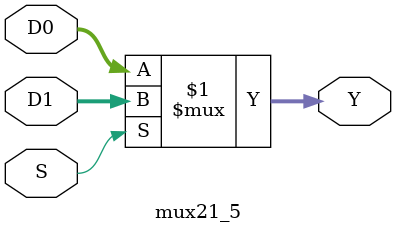
<source format=v>
module mbooth4bit(a, b, p);
    input [3:0] a, b;
    output reg [7:0] p;

    wire z;
	wire [8:0] p1_shift;
	wire [8:0] p1_final [1:0];
	wire [4:0] a1;
	wire [4:0] a1_not, a1_double, a1_double_not;
	
	assign a1[3:0] = a[3:0];
	assign a1[4] = a[3];	
	assign p1_shift = 9'b0;
	assign z = 1'b0;
	
	a1_variants av1 (.a1(a1), .a1_not(a1_not), .a1_double(a1_double), .a1_double_not(a1_double_not));
	partialProduct pp1 (.a1(a1),.a1_not(a1_not), .a1_double(a1_double), .a1_double_not(a1_double_not), .b1(b[1]), .b0(b[0]), .p1_shift(p1_shift), .zin(z), .p1_final(p1_final[0]));
	partialProduct pp2 (.a1(a1),.a1_not(a1_not), .a1_double(a1_double), .a1_double_not(a1_double_not), .b1(b[3]), .b0(b[2]), .p1_shift(p1_final[0]), .zin(b[1]), .p1_final(p1_final[1]));
	// more modules of partialProduct can be added to multiply numbers with more number of bits
	
	always@(p1_final[1])
	begin
	p[7:0] = p1_final[1];	
	end
endmodule

// finding a1, -a1, 2*a1, -2*a1
module a1_variants (a1, a1_not, a1_double, a1_double_not);
	input [4:0] a1;
	output [4:0] a1_not, a1_double, a1_double_not;
	
	assign a1_not = ~a1;
	shift5 s50 (.a1(a1), .a1_double(a1_double));
	assign a1_double_not = ~a1_double;	
endmodule

module partialProduct(a1, a1_not, a1_double, a1_double_not, b1, b0, p1_shift, zin, p1_final);
	input [4:0] a1, a1_not, a1_double, a1_double_not;
	input b0, b1;
	input [8:0] p1_shift;
	input zin;
	output [8:0] p1_final;
	
	wire cin;
	wire cin_con;
	wire [4:0] ain;
	wire [4:0] cout;
	wire [8:0] p1_add;
	wire [8:0] p1_final;
	
	cin_con cc0 (.b1(b1), .b0(b0), .zin(zin), .cin_con(cin_con));
	mux21 m00 (.Y(cin), .D0(1'b0), .D1(1'b1), .S(cin_con));
	a1_con a10 (.a1(a1), .a1_not(a1_not), .a1_double(a1_double), .a1_double_not(a1_double_not), .b1(b1), .b0(b0), .zin(zin), .ain(ain));		
	rippleAdder r00 (.x(p1_shift), .y(ain), .cin(cin), .sum(p1_add), .cout(cout));
	shift9 s90 (.p1_add(p1_add), .p1_final(p1_final));
endmodule

// deciding whether to send a1 or -a1 or 2*a1 or -2*a1
module a1_con (a1, a1_not, a1_double, a1_double_not, b1, b0, zin, ain);
	input [4:0] a1, a1_not, a1_double, a1_double_not;
	input b0, b1, zin;
	output [4:0] ain;
	
	wire [4:0] t1, t2, t4;
	wire t3, t5, t6, t7;
	
	mux21_5 m10 (.Y(t1), .D0(a1_double), .D1(a1_double_not), .S(b1));
	mux21_5 m20 (.Y(t2), .D0(a1), .D1(a1_not), .S(b1));
	xor (t3, b0, zin);
	mux21_5 m30 (.Y(t4), .D0(t1), .D1(t2), .S(t3));
	xor (t5, b0, b1);
	xor (t6, b0, zin);
	or (t7, t5, t6);
	mux21_5 m40 (.Y(ain), .D0(5'b0), .D1(t4), .S(t7));
endmodule
	
// deciding whether cin will be 1 or 0	
module cin_con (b1, b0, zin, cin_con);
	input b1, b0, zin;
	output cin_con;
	
	wire t1, t2, b0not, zinnot;

	not (b0not, b0);
	not (zinnot, zin);
	and (t1, b0, zinnot);
	or (t2, b0not, t1);
	and (cin_con, b1, t2);
endmodule

module shift9 (p1_add, p1_final) ;
	input [8:0]p1_add;
	output [8:0]p1_final;
	
	assign p1_final[6:0] = p1_add[8:2];
	assign p1_final[7] = p1_add[8];
	assign p1_final[8] = p1_add[8];
endmodule

module shift5 (a1, a1_double);
	input [4:0] a1;
	output [4:0] a1_double;
	
	assign a1_double[4:1] = a1[3:0];
	assign a1_double[0] = 1'b0;
endmodule

// module of some faster adder can be added here instead of ripple carry adder.
module rippleAdder (x, y, cin, sum, cout);
	input [8:0] x;
	input [4:0] y;
	input cin;
	output [4:0]cout;
	output [8:0]sum; 
	
	begin 
	assign sum[0] = x[0];
	assign sum[1] = x[1];
	assign sum[2] = x[2];
	assign sum[3] = x[3];
	fullAdder f1(.m(x[4]), .n(y[0]), .cin(cin), .sum(sum[4]), .cout(cout[0]));
	fullAdder f2(.m(x[5]), .n(y[1]), .cin(cout[0]), .sum(sum[5]), .cout(cout[1]));
	fullAdder f3(.m(x[6]), .n(y[2]), .cin(cout[1]), .sum(sum[6]), .cout(cout[2]));
	fullAdder f4(.m(x[7]), .n(y[3]), .cin(cout[2]), .sum(sum[7]), .cout(cout[3]));
	fullAdder f5(.m(x[8]), .n(y[4]), .cin(cout[3]), .sum(sum[8]), .cout(cout[4]));
	end
endmodule

module fullAdder (m, n, cin, sum, cout);
	input cin, m, n;
	output sum, cout;
	
	assign sum = (m^n^cin);
	assign cout = ((m&n)|(n&cin)|(m&cin));
endmodule
/*
module fullAdder(m, n, cin, sum, cout);
	input cin, m, n;
	output sum, cout;
	wire t1,t2,t3;
	
	xor x2 (t1, m, n);
	xor x3(sum, t1, cin);
	
	and a1 (t2, m, n);
	and a2 (t3, t1, cin);
	or  o1(cout, t1, t2);
endmodule
*/

module mux21(Y, D0, D1, S);	// when inputs to be multiplexed are single bit long
	output Y;
	input D0, D1, S;
	wire T1, T2, Sbar;

//	assign Y = (S ? D1 : D0);
	and a3 (T1, D1, S);
	and a4 (T2, D0, Sbar);
	not n1 (Sbar, S);
	or o2 (Y, T1, T2);
endmodule

module mux21_5 (Y, D0, D1, S);		// when inputs to be multiplexed are of 5 bits
	output [4:0] Y;
	input [4:0] D0, D1;
	input S;
	
	assign Y = (S ? D1 : D0);
endmodule
</source>
